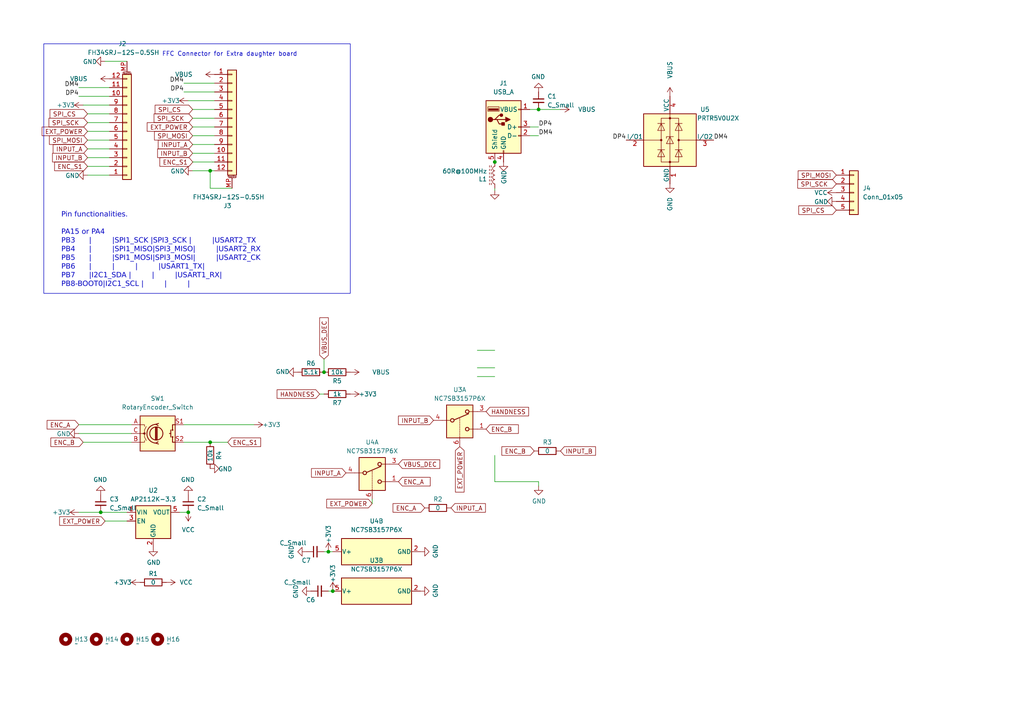
<source format=kicad_sch>
(kicad_sch (version 20230121) (generator eeschema)
  (paper "A4")
  (title_block (title "Corne EEC - Keyboard Left") (date "2023-07-18") (rev "1.0") (comment 2 "MIT License"))
  (lib_symbols
    (symbol "Analog_Switch:NC7SB3157P6X" (pin_names (offset 0.127))
      (property "Reference" "U" (at -3.175 4.699 0))
      (property "Value" "NC7SB3157P6X" (at -3.175 2.921 0))
      (symbol "NC7SB3157P6X_1_1"
        (rectangle (start -3.81 1.905) (end 3.81 -7.62) (stroke (width 0.254)) (fill (type background)))
        (circle (center -2.159 -2.54) (radius 0.508) (stroke (width 0.254)))
        (polyline (pts (xy -5.08 -2.54) (xy -2.794 -2.54)))
        (polyline (pts (xy -1.651 -2.413) (xy 2.54 -0.635)) (stroke (width 0.254)))
        (polyline (pts (xy 0 -7.62) (xy 0 -7.112)))
        (polyline (pts (xy 0 -6.858) (xy 0 -6.604)))
        (polyline (pts (xy 0 -6.35) (xy 0 -6.096)))
        (polyline (pts (xy 0 -5.842) (xy 0 -5.588)))
        (polyline (pts (xy 0 -5.334) (xy 0 -5.08)))
        (polyline (pts (xy 0 -4.826) (xy 0 -4.572)))
        (polyline (pts (xy 0 -4.318) (xy 0 -4.064)))
        (polyline (pts (xy 0 -3.81) (xy 0 -3.556)))
        (polyline (pts (xy 0 -3.302) (xy 0 -3.048)))
        (polyline (pts (xy 0 -2.794) (xy 0 -2.54)))
        (polyline (pts (xy 0 -2.286) (xy 0 -2.032)))
        (polyline (pts (xy 0 -2.286) (xy 0 -2.032)))
        (polyline (pts (xy 5.08 -5.08) (xy 2.794 -5.08)))
        (polyline (pts (xy 5.08 0) (xy 2.794 0)))
        (circle (center 2.159 -5.08) (radius 0.508) (stroke (width 0.254)))
        (circle (center 2.159 0) (radius 0.508) (stroke (width 0.254)))
        (pin passive line (at 7.62 -5.08 180) (length 2.54) (name "~") (number "1"))
        (pin passive line (at 7.62 0 180) (length 2.54) (name "~") (number "3"))
        (pin passive line (at -7.62 -2.54 0) (length 2.54) (name "~") (number "4"))
        (pin input line (at 0 -10.16 90) (length 2.54) (name "~") (number "6"))
      )
      (symbol "NC7SB3157P6X_2_0"
        (pin power_in line (at 0 -12.7 90) (length 2.54) (name "GND") (number "2"))
        (pin power_in line (at 0 12.7 270) (length 2.54) (name "V+") (number "5"))
      )
      (symbol "NC7SB3157P6X_2_1"
        (rectangle (start -3.81 10.16) (end 3.81 -10.16) (stroke (width 0.254)) (fill (type background)))
      )
    )
    (symbol "Connector:USB_A" (pin_names (offset 1.016))
      (property "Reference" "J" (at -5.08 11.43 0))
      (property "Value" "USB_A" (at -5.08 8.89 0))
      (symbol "USB_A_0_1"
        (rectangle (start -5.08 -7.62) (end 5.08 7.62) (stroke (width 0.254)) (fill (type background)))
        (circle (center -3.81 2.159) (radius 0.635) (stroke (width 0.254)) (fill (type outline)))
        (rectangle (start -1.524 4.826) (end -4.318 5.334) (fill (type outline)))
        (rectangle (start -1.27 4.572) (end -4.572 5.842))
        (circle (center -0.635 3.429) (radius 0.381) (stroke (width 0.254)) (fill (type outline)))
        (rectangle (start -0.127 -7.62) (end 0.127 -6.858))
        (polyline (pts (xy -3.175 2.159) (xy -2.54 2.159) (xy -1.27 3.429) (xy -0.635 3.429)) (stroke (width 0.254)))
        (polyline (pts (xy -2.54 2.159) (xy -1.905 2.159) (xy -1.27 0.889) (xy 0 0.889)) (stroke (width 0.254)))
        (polyline (pts (xy 0.635 2.794) (xy 0.635 1.524) (xy 1.905 2.159) (xy 0.635 2.794)) (stroke (width 0.254)) (fill (type outline)))
        (rectangle (start 0.254 1.27) (end -0.508 0.508) (stroke (width 0.254)) (fill (type outline)))
        (rectangle (start 5.08 -2.667) (end 4.318 -2.413))
        (rectangle (start 5.08 -0.127) (end 4.318 0.127))
        (rectangle (start 5.08 4.953) (end 4.318 5.207))
      )
      (symbol "USB_A_1_1"
        (polyline (pts (xy -1.905 2.159) (xy 0.635 2.159)) (stroke (width 0.254)))
        (pin power_in line (at 7.62 5.08 180) (length 2.54) (name "VBUS") (number "1"))
        (pin bidirectional line (at 7.62 -2.54 180) (length 2.54) (name "D-") (number "2"))
        (pin bidirectional line (at 7.62 0 180) (length 2.54) (name "D+") (number "3"))
        (pin power_in line (at 0 -10.16 90) (length 2.54) (name "GND") (number "4"))
        (pin passive line (at -2.54 -10.16 90) (length 2.54) (name "Shield") (number "5"))
      )
    )
    (symbol "Connector_Generic:Conn_01x05" (pin_names (offset 1.016) hide)
      (property "Reference" "J" (at 0 7.62 0))
      (property "Value" "Conn_01x05" (at 0 -7.62 0))
      (symbol "Conn_01x05_1_1"
        (rectangle (start -1.27 -4.953) (end 0 -5.207) (stroke (width 0.1524)))
        (rectangle (start -1.27 -2.413) (end 0 -2.667) (stroke (width 0.1524)))
        (rectangle (start -1.27 0.127) (end 0 -0.127) (stroke (width 0.1524)))
        (rectangle (start -1.27 2.667) (end 0 2.413) (stroke (width 0.1524)))
        (rectangle (start -1.27 5.207) (end 0 4.953) (stroke (width 0.1524)))
        (rectangle (start -1.27 6.35) (end 1.27 -6.35) (stroke (width 0.254)) (fill (type background)))
        (pin passive line (at -5.08 5.08 0) (length 3.81) (name "Pin_1") (number "1"))
        (pin passive line (at -5.08 2.54 0) (length 3.81) (name "Pin_2") (number "2"))
        (pin passive line (at -5.08 0 0) (length 3.81) (name "Pin_3") (number "3"))
        (pin passive line (at -5.08 -2.54 0) (length 3.81) (name "Pin_4") (number "4"))
        (pin passive line (at -5.08 -5.08 0) (length 3.81) (name "Pin_5") (number "5"))
      )
    )
    (symbol "Connector_Generic_MountingPin:Conn_01x12_MountingPin" (pin_names (offset 1.016) hide)
      (property "Reference" "J" (at 0 15.24 0))
      (property "Value" "Conn_01x12_MountingPin" (at 1.27 -17.78 0))
      (symbol "Conn_01x12_MountingPin_1_1"
        (rectangle (start -1.27 -15.113) (end 0 -15.367) (stroke (width 0.1524)))
        (rectangle (start -1.27 -12.573) (end 0 -12.827) (stroke (width 0.1524)))
        (rectangle (start -1.27 -10.033) (end 0 -10.287) (stroke (width 0.1524)))
        (rectangle (start -1.27 -7.493) (end 0 -7.747) (stroke (width 0.1524)))
        (rectangle (start -1.27 -4.953) (end 0 -5.207) (stroke (width 0.1524)))
        (rectangle (start -1.27 -2.413) (end 0 -2.667) (stroke (width 0.1524)))
        (rectangle (start -1.27 0.127) (end 0 -0.127) (stroke (width 0.1524)))
        (rectangle (start -1.27 2.667) (end 0 2.413) (stroke (width 0.1524)))
        (rectangle (start -1.27 5.207) (end 0 4.953) (stroke (width 0.1524)))
        (rectangle (start -1.27 7.747) (end 0 7.493) (stroke (width 0.1524)))
        (rectangle (start -1.27 10.287) (end 0 10.033) (stroke (width 0.1524)))
        (rectangle (start -1.27 12.827) (end 0 12.573) (stroke (width 0.1524)))
        (rectangle (start -1.27 13.97) (end 1.27 -16.51) (stroke (width 0.254)) (fill (type background)))
        (polyline (pts (xy -1.016 -17.272) (xy 1.016 -17.272)) (stroke (width 0.1524)))
        (text "Mounting" (at 0 -16.891 0) (effects (font (size 0.381 0.381))))
        (pin passive line (at -5.08 12.7 0) (length 3.81) (name "Pin_1") (number "1"))
        (pin passive line (at -5.08 -10.16 0) (length 3.81) (name "Pin_10") (number "10"))
        (pin passive line (at -5.08 -12.7 0) (length 3.81) (name "Pin_11") (number "11"))
        (pin passive line (at -5.08 -15.24 0) (length 3.81) (name "Pin_12") (number "12"))
        (pin passive line (at -5.08 10.16 0) (length 3.81) (name "Pin_2") (number "2"))
        (pin passive line (at -5.08 7.62 0) (length 3.81) (name "Pin_3") (number "3"))
        (pin passive line (at -5.08 5.08 0) (length 3.81) (name "Pin_4") (number "4"))
        (pin passive line (at -5.08 2.54 0) (length 3.81) (name "Pin_5") (number "5"))
        (pin passive line (at -5.08 0 0) (length 3.81) (name "Pin_6") (number "6"))
        (pin passive line (at -5.08 -2.54 0) (length 3.81) (name "Pin_7") (number "7"))
        (pin passive line (at -5.08 -5.08 0) (length 3.81) (name "Pin_8") (number "8"))
        (pin passive line (at -5.08 -7.62 0) (length 3.81) (name "Pin_9") (number "9"))
        (pin passive line (at 0 -20.32 90) (length 3.048) (name "MountPin") (number "MP"))
      )
    )
    (symbol "Device:C_Small" (pin_numbers hide) (pin_names (offset 0.254) hide)
      (property "Reference" "C" (at 0.254 1.778 0))
      (property "Value" "C_Small" (at 0.254 -2.032 0))
      (symbol "C_Small_0_1"
        (polyline (pts (xy -1.524 -0.508) (xy 1.524 -0.508)) (stroke (width 0.3302)))
        (polyline (pts (xy -1.524 0.508) (xy 1.524 0.508)) (stroke (width 0.3048)))
      )
      (symbol "C_Small_1_1"
        (pin passive line (at 0 2.54 270) (length 2.032) (name "~") (number "1"))
        (pin passive line (at 0 -2.54 90) (length 2.032) (name "~") (number "2"))
      )
    )
    (symbol "Device:R" (pin_numbers hide) (pin_names (offset 0))
      (property "Reference" "R" (at 2.032 0 90))
      (property "Value" "R" (at 0 0 90))
      (symbol "R_0_1"
        (rectangle (start -1.016 -2.54) (end 1.016 2.54) (stroke (width 0.254)))
      )
      (symbol "R_1_1"
        (pin passive line (at 0 3.81 270) (length 1.27) (name "~") (number "1"))
        (pin passive line (at 0 -3.81 90) (length 1.27) (name "~") (number "2"))
      )
    )
    (symbol "Device:RotaryEncoder_Switch" (pin_names (offset 0.254) hide)
      (property "Reference" "SW" (at 0 6.604 0))
      (property "Value" "RotaryEncoder_Switch" (at 0 -6.604 0))
      (symbol "RotaryEncoder_Switch_0_1"
        (rectangle (start -5.08 5.08) (end 5.08 -5.08) (stroke (width 0.254)) (fill (type background)))
        (circle (center -3.81 0) (radius 0.254) (fill (type outline)))
        (circle (center -0.381 0) (radius 1.905) (stroke (width 0.254)))
        (arc (start -0.381 2.667) (mid -3.0988 -0.0635) (end -0.381 -2.794) (stroke (width 0.254)))
        (polyline (pts (xy -0.635 -1.778) (xy -0.635 1.778)) (stroke (width 0.254)))
        (polyline (pts (xy -0.381 -1.778) (xy -0.381 1.778)) (stroke (width 0.254)))
        (polyline (pts (xy -0.127 1.778) (xy -0.127 -1.778)) (stroke (width 0.254)))
        (polyline (pts (xy 3.81 0) (xy 3.429 0)) (stroke (width 0.254)))
        (polyline (pts (xy 3.81 1.016) (xy 3.81 -1.016)) (stroke (width 0.254)))
        (polyline (pts (xy -5.08 -2.54) (xy -3.81 -2.54) (xy -3.81 -2.032)))
        (polyline (pts (xy -5.08 2.54) (xy -3.81 2.54) (xy -3.81 2.032)))
        (polyline (pts (xy 0.254 -3.048) (xy -0.508 -2.794) (xy 0.127 -2.413)) (stroke (width 0.254)))
        (polyline (pts (xy 0.254 2.921) (xy -0.508 2.667) (xy 0.127 2.286)) (stroke (width 0.254)))
        (polyline (pts (xy 5.08 -2.54) (xy 4.318 -2.54) (xy 4.318 -1.016)) (stroke (width 0.254)))
        (polyline (pts (xy 5.08 2.54) (xy 4.318 2.54) (xy 4.318 1.016)) (stroke (width 0.254)))
        (polyline (pts (xy -5.08 0) (xy -3.81 0) (xy -3.81 -1.016) (xy -3.302 -2.032)))
        (polyline (pts (xy -4.318 0) (xy -3.81 0) (xy -3.81 1.016) (xy -3.302 2.032)))
        (circle (center 4.318 -1.016) (radius 0.127) (stroke (width 0.254)))
        (circle (center 4.318 1.016) (radius 0.127) (stroke (width 0.254)))
      )
      (symbol "RotaryEncoder_Switch_1_1"
        (pin passive line (at -7.62 2.54 0) (length 2.54) (name "A") (number "A"))
        (pin passive line (at -7.62 -2.54 0) (length 2.54) (name "B") (number "B"))
        (pin passive line (at -7.62 0 0) (length 2.54) (name "C") (number "C"))
        (pin passive line (at 7.62 2.54 180) (length 2.54) (name "S1") (number "S1"))
        (pin passive line (at 7.62 -2.54 180) (length 2.54) (name "S2") (number "S2"))
      )
    )
    (symbol "GND_1" (power) (pin_numbers hide) (pin_names (offset 0) hide)
      (property "Value" "GND_1" (at 0 -3.81 0))
      (symbol "GND_1_0_1"
        (polyline (pts (xy 0 0) (xy 0 -1.27) (xy 1.27 -1.27) (xy 0 -2.54) (xy -1.27 -1.27) (xy 0 -1.27)))
      )
      (symbol "GND_1_1_1"
        (pin power_in line (at 0 0 270) (length 0) hide (name "GND") (number "1"))
      )
    )
    (symbol "Mechanical:MountingHole" (pin_names (offset 1.016))
      (property "Reference" "H" (at 0 5.08 0))
      (property "Value" "MountingHole" (at 0 3.175 0))
      (symbol "MountingHole_0_1"
        (circle (center 0 0) (radius 1.27) (stroke (width 1.27)))
      )
    )
    (symbol "Power_Protection:PRTR5V0U2X" (pin_names (offset 0))
      (property "Reference" "D" (at 2.794 8.636 0))
      (property "Value" "PRTR5V0U2X" (at 8.128 -9.398 0))
      (symbol "PRTR5V0U2X_0_1"
        (rectangle (start -7.62 -7.62) (end 7.62 7.62) (stroke (width 0.254)) (fill (type background)))
        (circle (center -2.54 0) (radius 0.254) (fill (type outline)))
        (rectangle (start -2.54 6.35) (end 2.54 -6.35))
        (circle (center 0 -6.35) (radius 0.254) (fill (type outline)))
        (polyline (pts (xy -2.54 0) (xy -7.62 0)))
        (polyline (pts (xy -1.524 -2.794) (xy -3.556 -2.794)))
        (polyline (pts (xy -1.524 4.826) (xy -3.556 4.826)))
        (polyline (pts (xy 0 -7.62) (xy 0 7.62)))
        (polyline (pts (xy 1.524 -2.794) (xy 3.556 -2.794)))
        (polyline (pts (xy 1.524 4.826) (xy 3.556 4.826)))
        (polyline (pts (xy 2.54 0) (xy 7.62 0)))
        (polyline (pts (xy 1.016 1.016) (xy -1.016 1.016) (xy -1.016 0.508)))
        (polyline (pts (xy -3.556 -4.826) (xy -1.524 -4.826) (xy -2.54 -2.794) (xy -3.556 -4.826)))
        (polyline (pts (xy -3.556 2.794) (xy -1.524 2.794) (xy -2.54 4.826) (xy -3.556 2.794)))
        (polyline (pts (xy -1.016 -1.016) (xy 1.016 -1.016) (xy 0 1.016) (xy -1.016 -1.016)))
        (polyline (pts (xy 3.556 -4.826) (xy 1.524 -4.826) (xy 2.54 -2.794) (xy 3.556 -4.826)))
        (polyline (pts (xy 3.556 2.794) (xy 1.524 2.794) (xy 2.54 4.826) (xy 3.556 2.794)))
        (circle (center 0 6.35) (radius 0.254) (fill (type outline)))
        (circle (center 2.54 0) (radius 0.254) (fill (type outline)))
      )
      (symbol "PRTR5V0U2X_1_1"
        (pin passive line (at 0 -12.7 90) (length 5.08) (name "GND") (number "1"))
        (pin passive line (at -12.7 0 0) (length 5.08) (name "I/O1") (number "2"))
        (pin passive line (at 12.7 0 180) (length 5.08) (name "I/O2") (number "3"))
        (pin passive line (at 0 12.7 270) (length 5.08) (name "VCC") (number "4"))
      )
    )
    (symbol "Regulator_Linear:AP2112K-3.3" (pin_names (offset 0.254))
      (property "Reference" "U" (at -5.08 5.715 0))
      (property "Value" "AP2112K-3.3" (at 0 5.715 0))
      (symbol "AP2112K-3.3_0_1"
        (rectangle (start -5.08 4.445) (end 5.08 -5.08) (stroke (width 0.254)) (fill (type background)))
      )
      (symbol "AP2112K-3.3_1_1"
        (pin power_in line (at -7.62 2.54 0) (length 2.54) (name "VIN") (number "1"))
        (pin power_in line (at 0 -7.62 90) (length 2.54) (name "GND") (number "2"))
        (pin input line (at -7.62 0 0) (length 2.54) (name "EN") (number "3"))
        (pin no_connect line (at 5.08 0 180) (length 2.54) hide (name "NC") (number "4"))
        (pin power_out line (at 7.62 2.54 180) (length 2.54) (name "VOUT") (number "5"))
      )
    )
    (symbol "Unified-Daughterboard-rescue:L_Core_Ferrite-Device" (pin_numbers hide) (pin_names (offset 1.016) hide)
      (property "Reference" "L" (at -1.27 0 90))
      (property "Value" "L_Core_Ferrite-Device" (at 2.794 0 90))
      (symbol "L_Core_Ferrite-Device_0_1"
        (arc (start 0 -2.54) (mid 0.6323 -1.905) (end 0 -1.27))
        (arc (start 0 -1.27) (mid 0.6323 -0.635) (end 0 0))
        (polyline (pts (xy 1.016 -2.794) (xy 1.016 -2.286)))
        (polyline (pts (xy 1.016 -1.778) (xy 1.016 -1.27)))
        (polyline (pts (xy 1.016 -0.762) (xy 1.016 -0.254)))
        (polyline (pts (xy 1.016 0.254) (xy 1.016 0.762)))
        (polyline (pts (xy 1.016 1.27) (xy 1.016 1.778)))
        (polyline (pts (xy 1.016 2.286) (xy 1.016 2.794)))
        (polyline (pts (xy 1.524 -2.286) (xy 1.524 -2.794)))
        (polyline (pts (xy 1.524 -1.27) (xy 1.524 -1.778)))
        (polyline (pts (xy 1.524 -0.254) (xy 1.524 -0.762)))
        (polyline (pts (xy 1.524 0.762) (xy 1.524 0.254)))
        (polyline (pts (xy 1.524 1.778) (xy 1.524 1.27)))
        (polyline (pts (xy 1.524 2.794) (xy 1.524 2.286)))
        (arc (start 0 0) (mid 0.6323 0.635) (end 0 1.27))
        (arc (start 0 1.27) (mid 0.6323 1.905) (end 0 2.54))
      )
      (symbol "L_Core_Ferrite-Device_1_1"
        (pin passive line (at 0 3.81 270) (length 1.27) (name "1") (number "1"))
        (pin passive line (at 0 -3.81 90) (length 1.27) (name "2") (number "2"))
      )
    )
    (symbol "nrfmicro-rescue:GND" (power) (pin_names (offset 0))
      (property "Value" "GND" (at 0 -3.81 0))
      (symbol "GND_0_1"
        (polyline (pts (xy 0 0) (xy 0 -1.27) (xy 1.27 -1.27) (xy 0 -2.54) (xy -1.27 -1.27) (xy 0 -1.27)))
      )
      (symbol "GND_1_1"
        (pin power_in line (at 0 0 270) (length 0) hide (name "GND") (number "1"))
      )
    )
    (symbol "power:+3V3" (power) (pin_names (offset 0))
      (property "Value" "+3V3" (at 0 3.556 0))
      (symbol "+3V3_0_1"
        (polyline (pts (xy -0.762 1.27) (xy 0 2.54)))
        (polyline (pts (xy 0 0) (xy 0 2.54)))
        (polyline (pts (xy 0 2.54) (xy 0.762 1.27)))
      )
      (symbol "+3V3_1_1"
        (pin power_in line (at 0 0 90) (length 0) hide (name "+3V3") (number "1"))
      )
    )
    (symbol "power:GND" (power) (pin_names (offset 0))
      (property "Value" "GND" (at 0 -3.81 0))
      (symbol "GND_0_1"
        (polyline (pts (xy 0 0) (xy 0 -1.27) (xy 1.27 -1.27) (xy 0 -2.54) (xy -1.27 -1.27) (xy 0 -1.27)))
      )
      (symbol "GND_1_1"
        (pin power_in line (at 0 0 270) (length 0) hide (name "GND") (number "1"))
      )
    )
    (symbol "power:VBUS" (power) (pin_names (offset 0))
      (property "Value" "VBUS" (at 0 3.81 0))
      (symbol "VBUS_0_1"
        (polyline (pts (xy -0.762 1.27) (xy 0 2.54)))
        (polyline (pts (xy 0 0) (xy 0 2.54)))
        (polyline (pts (xy 0 2.54) (xy 0.762 1.27)))
      )
      (symbol "VBUS_1_1"
        (pin power_in line (at 0 0 90) (length 0) hide (name "VBUS") (number "1"))
      )
    )
    (symbol "power:VCC" (power) (pin_names (offset 0))
      (property "Value" "VCC" (at 0 3.81 0))
      (symbol "VCC_0_1"
        (polyline (pts (xy -0.762 1.27) (xy 0 2.54)))
        (polyline (pts (xy 0 0) (xy 0 2.54)))
        (polyline (pts (xy 0 2.54) (xy 0.762 1.27)))
      )
      (symbol "VCC_1_1"
        (pin power_in line (at 0 0 90) (length 0) hide (name "VCC") (number "1"))
      )
    )
  )
  (junction (at 54.61 148.59))
  (junction (at 60.96 128.27))
  (junction (at 93.98 107.95))
  (junction (at 60.96 49.53))
  (junction (at 156.21 31.75))
  (junction (at 29.21 148.59))
  (junction (at 95.25 160.02))
  (junction (at 96.52 171.45))
  (junction (at 143.51 46.99))
  (no_connect (at 386.08 -66.04))
  (wire (pts (xy 60.96 54.61) (xy 67.31 54.61)))
  (wire (pts (xy 60.96 49.53) (xy 55.88 49.53)))
  (wire (pts (xy 24.13 128.27) (xy 38.1 128.27)))
  (wire (pts (xy 143.51 139.7) (xy 156.21 139.7)))
  (wire (pts (xy 31.75 50.8) (xy 25.4 50.8)))
  (wire (pts (xy 31.75 35.56) (xy 25.4 35.56)))
  (wire (pts (xy 54.61 148.59) (xy 52.07 148.59)))
  (wire (pts (xy 156.21 36.83) (xy 153.67 36.83)))
  (wire (pts (xy 31.75 40.64) (xy 25.4 40.64)))
  (wire (pts (xy 29.21 148.59) (xy 36.83 148.59)))
  (wire (pts (xy 62.23 41.91) (xy 55.88 41.91)))
  (wire (pts (xy 22.86 25.4) (xy 31.75 25.4)))
  (wire (pts (xy 60.96 49.53) (xy 60.96 54.61)))
  (wire (pts (xy 30.48 151.13) (xy 36.83 151.13)))
  (wire (pts (xy 22.86 148.59) (xy 29.21 148.59)))
  (wire (pts (xy 92.71 114.3) (xy 93.98 114.3)))
  (wire (pts (xy 95.25 171.45) (xy 96.52 171.45)))
  (wire (pts (xy 95.25 160.02) (xy 96.52 160.02)))
  (wire (pts (xy 138.43 106.68) (xy 143.51 106.68)))
  (wire (pts (xy 60.96 128.27) (xy 66.04 128.27)))
  (wire (pts (xy 138.43 109.22) (xy 143.51 109.22)))
  (wire (pts (xy 62.23 39.37) (xy 55.88 39.37)))
  (wire (pts (xy 53.34 123.19) (xy 73.66 123.19)))
  (wire (pts (xy 55.88 31.75) (xy 62.23 31.75)))
  (wire (pts (xy 143.51 132.08) (xy 143.51 139.7)))
  (wire (pts (xy 153.67 31.75) (xy 156.21 31.75)))
  (wire (pts (xy 25.4 45.72) (xy 31.75 45.72)))
  (wire (pts (xy 54.61 29.21) (xy 62.23 29.21)))
  (wire (pts (xy 53.34 128.27) (xy 60.96 128.27)))
  (wire (pts (xy 143.51 46.99) (xy 143.51 46.355)))
  (wire (pts (xy 62.23 49.53) (xy 60.96 49.53)))
  (wire (pts (xy 24.13 30.48) (xy 31.75 30.48)))
  (wire (pts (xy 93.98 160.02) (xy 95.25 160.02)))
  (wire (pts (xy 53.34 24.13) (xy 62.23 24.13)))
  (wire (pts (xy 107.95 146.05) (xy 107.95 144.78)))
  (wire (pts (xy 31.75 33.02) (xy 25.4 33.02)))
  (wire (pts (xy 30.48 17.78) (xy 36.83 17.78)))
  (wire (pts (xy 62.23 46.99) (xy 55.88 46.99)))
  (wire (pts (xy 22.86 125.73) (xy 38.1 125.73)))
  (wire (pts (xy 62.23 34.29) (xy 55.88 34.29)))
  (wire (pts (xy 93.98 104.14) (xy 93.98 107.95)))
  (wire (pts (xy 143.51 55.245) (xy 143.51 54.61)))
  (wire (pts (xy 55.88 36.83) (xy 62.23 36.83)))
  (wire (pts (xy 156.21 140.97) (xy 156.21 139.7)))
  (wire (pts (xy 22.86 27.94) (xy 31.75 27.94)))
  (wire (pts (xy 25.4 38.1) (xy 31.75 38.1)))
  (wire (pts (xy 22.86 123.19) (xy 38.1 123.19)))
  (wire (pts (xy 156.21 31.75) (xy 162.56 31.75)))
  (wire (pts (xy 138.43 101.6) (xy 143.51 101.6)))
  (wire (pts (xy 55.88 44.45) (xy 62.23 44.45)))
  (wire (pts (xy 31.75 43.18) (xy 25.4 43.18)))
  (wire (pts (xy 156.21 39.37) (xy 153.67 39.37)))
  (wire (pts (xy 53.34 26.67) (xy 62.23 26.67)))
  (wire (pts (xy 31.75 48.26) (xy 25.4 48.26)))
  (rectangle (start 12.7 12.7) (end 101.6 85.09))
  (text "FFC Connector for Extra daughter board" (at 46.99 16.51 0) (effects (font (size 1.27 1.27)) (justify left bottom)))
  (text "Pin functionalities.\n\nPA15 or PA4\nPB3      |         |SPI1_SCK |SPI3_SCK |         |USART2_TX\nPB4      |         |SPI1_MISO|SPI3_MISO|         |USART2_RX\nPB5      |         |SPI1_MOSI|SPI3_MOSI|         |USART2_CK\nPB6      |         |         |         |USART1_TX|\nPB7      |I2C1_SDA |         |         |USART1_RX|\nPB8-BOOT0|I2C1_SCL |         |         |\n" (at 17.78 83.82 0) (effects (font (size 1.5 1.5)) (justify left bottom)))
  (label "DP4" (at 22.86 27.94 180))
  (label "DM4" (at 53.34 24.13 180))
  (label "DM4" (at 22.86 25.4 180))
  (label "DP4" (at 156.21 36.83 0))
  (label "DM4" (at 207.01 40.64 0))
  (label "DP4" (at 181.61 40.64 180))
  (label "DP4" (at 53.34 26.67 180))
  (label "DM4" (at 156.21 39.37 0))
  (global_label "VBUS_DEC" (shape input) (at 93.98 104.14 90) (property "Intersheetrefs" "${INTERSHEET_REFS}" (effects hide)))
  (global_label "EXT_POWER" (shape input) (at 30.48 151.13 180) (property "Intersheetrefs" "${INTERSHEET_REFS}" (effects hide)))
  (global_label "EXT_POWER" (shape input) (at 107.95 146.05 180) (property "Intersheetrefs" "${INTERSHEET_REFS}" (effects hide)))
  (global_label "INPUT_A" (shape input) (at 100.33 137.16 180) (property "Intersheetrefs" "${INTERSHEET_REFS}" (effects hide)))
  (global_label "ENC_B " (shape input) (at 154.94 130.81 180) (property "Intersheetrefs" "${INTERSHEET_REFS}" (effects hide)))
  (global_label "INPUT_B" (shape input) (at 55.88 44.45 180) (property "Intersheetrefs" "${INTERSHEET_REFS}" (effects hide)))
  (global_label "INPUT_A" (shape input) (at 130.81 147.32 0) (property "Intersheetrefs" "${INTERSHEET_REFS}" (effects hide)))
  (global_label "SPI_CS  " (shape input) (at 55.88 31.75 180) (property "Intersheetrefs" "${INTERSHEET_REFS}" (effects hide)))
  (global_label "SPI_CS  " (shape input) (at 242.57 60.96 180) (property "Intersheetrefs" "${INTERSHEET_REFS}" (effects hide)))
  (global_label "SPI_CS  " (shape input) (at 25.4 33.02 180) (property "Intersheetrefs" "${INTERSHEET_REFS}" (effects hide)))
  (global_label "SPI_SCK " (shape input) (at 25.4 35.56 180) (property "Intersheetrefs" "${INTERSHEET_REFS}" (effects hide)))
  (global_label "INPUT_B" (shape input) (at 25.4 45.72 180) (property "Intersheetrefs" "${INTERSHEET_REFS}" (effects hide)))
  (global_label "SPI_MOSI" (shape input) (at 55.88 39.37 180) (property "Intersheetrefs" "${INTERSHEET_REFS}" (effects hide)))
  (global_label "SPI_SCK " (shape input) (at 55.88 34.29 180) (property "Intersheetrefs" "${INTERSHEET_REFS}" (effects hide)))
  (global_label "INPUT_B" (shape input) (at 162.56 130.81 0) (property "Intersheetrefs" "${INTERSHEET_REFS}" (effects hide)))
  (global_label "SPI_MOSI" (shape input) (at 25.4 40.64 180) (property "Intersheetrefs" "${INTERSHEET_REFS}" (effects hide)))
  (global_label "EXT_POWER" (shape input) (at 25.4 38.1 180) (property "Intersheetrefs" "${INTERSHEET_REFS}" (effects hide)))
  (global_label "ENC_B " (shape input) (at 24.13 128.27 180) (property "Intersheetrefs" "${INTERSHEET_REFS}" (effects hide)))
  (global_label "HANDNESS" (shape input) (at 92.71 114.3 180) (property "Intersheetrefs" "${INTERSHEET_REFS}" (effects hide)))
  (global_label "ENC_S1" (shape input) (at 55.9309 46.99 180) (property "Intersheetrefs" "${INTERSHEET_REFS}" (effects hide)))
  (global_label "EXT_POWER" (shape input) (at 55.88 36.83 180) (property "Intersheetrefs" "${INTERSHEET_REFS}" (effects hide)))
  (global_label "INPUT_A" (shape input) (at 55.88 41.91 180) (property "Intersheetrefs" "${INTERSHEET_REFS}" (effects hide)))
  (global_label "ENC_A " (shape input) (at 22.86 123.19 180) (property "Intersheetrefs" "${INTERSHEET_REFS}" (effects hide)))
  (global_label "HANDNESS" (shape input) (at 140.97 119.38 0) (property "Intersheetrefs" "${INTERSHEET_REFS}" (effects hide)))
  (global_label "ENC_A " (shape input) (at 115.57 139.7 0) (property "Intersheetrefs" "${INTERSHEET_REFS}" (effects hide)))
  (global_label "SPI_SCK " (shape input) (at 242.57 53.34 180) (property "Intersheetrefs" "${INTERSHEET_REFS}" (effects hide)))
  (global_label "EXT_POWER" (shape input) (at 133.35 129.54 270) (property "Intersheetrefs" "${INTERSHEET_REFS}" (effects hide)))
  (global_label "ENC_B " (shape input) (at 140.97 124.46 0) (property "Intersheetrefs" "${INTERSHEET_REFS}" (effects hide)))
  (global_label "ENC_S1" (shape input) (at 25.4 48.26 180) (property "Intersheetrefs" "${INTERSHEET_REFS}" (effects hide)))
  (global_label "ENC_A " (shape input) (at 123.19 147.32 180) (property "Intersheetrefs" "${INTERSHEET_REFS}" (effects hide)))
  (global_label "INPUT_B" (shape input) (at 125.73 121.92 180) (property "Intersheetrefs" "${INTERSHEET_REFS}" (effects hide)))
  (global_label "VBUS_DEC" (shape input) (at 115.57 134.62 0) (property "Intersheetrefs" "${INTERSHEET_REFS}" (effects hide)))
  (global_label "ENC_S1" (shape input) (at 66.04 128.27 0) (property "Intersheetrefs" "${INTERSHEET_REFS}" (effects hide)))
  (global_label "SPI_MOSI" (shape input) (at 242.57 50.8 180) (property "Intersheetrefs" "${INTERSHEET_REFS}" (effects hide)))
  (global_label "INPUT_A" (shape input) (at 25.4 43.18 180) (property "Intersheetrefs" "${INTERSHEET_REFS}" (effects hide)))
  (symbol (lib_id "Mechanical:MountingHole") (at 19.05 185.42 0) (unit 1)
    (property "Reference" "H13" (at 21.59 185.4199 0) (effects (justify left)))
    (property "Value" "~" (at 21.59 186.6899 0) (effects (justify left)))
    (property "Footprint" "ec_parts:SMT-SO-M1.6-with-ring" (effects hide))
  )
  (symbol (lib_id "nrfmicro-rescue:GND") (at 156.21 140.97 0) (unit 1)
    (property "Reference" "#PWR026" (effects hide))
    (property "Value" "GND" (at 156.337 145.3642 0))
  )
  (symbol (lib_id "power:+3V3") (at 101.6 114.3 270) (unit 1)
    (property "Reference" "#PWR024" (effects hide))
    (property "Value" "+3V3" (at 106.68 114.3 90))
  )
  (symbol (lib_id "Mechanical:MountingHole") (at 27.94 185.42 0) (unit 1)
    (property "Reference" "H14" (at 30.48 185.4199 0) (effects (justify left)))
    (property "Value" "~" (at 30.48 186.6899 0) (effects (justify left)))
    (property "Footprint" "ec_parts:SMT-SO-M1.6-with-ring" (effects hide))
  )
  (symbol (lib_id "Device:C_Small") (at 92.71 171.45 90) (unit 1)
    (property "Reference" "C6" (at 91.44 173.99 90) (effects (justify left)))
    (property "Value" "C_Small" (at 90.17 168.91 90) (effects (justify left)))
    (property "Footprint" "PCM_Capacitor_SMD_AKL:C_0603_1608Metric_Pad1.05x0.95mm" (effects hide))
  )
  (symbol (lib_id "Device:C_Small") (at 156.21 29.21 0) (unit 1)
    (property "Reference" "C1" (at 158.75 27.9462 0) (effects (justify left)))
    (property "Value" "C_Small" (at 158.75 30.4862 0) (effects (justify left)))
    (property "Footprint" "PCM_Capacitor_SMD_AKL:C_0603_1608Metric_Pad1.05x0.95mm" (effects hide))
  )
  (symbol (lib_id "Analog_Switch:NC7SB3157P6X") (at 107.95 134.62 0) (unit 1)
    (property "Reference" "U4" (at 107.95 128.27 0))
    (property "Value" "NC7SB3157P6X" (at 107.95 130.81 0))
    (property "Footprint" "PCM_Package_TO_SOT_SMD_AKL:SOT-363_SC-70-6_Handsoldering" (effects hide))
    (property "Datasheet" "https://www.onsemi.com/pub/Collateral/NC7SB3157-D.PDF" (effects hide))
  )
  (symbol (lib_id "Connector_Generic:Conn_01x05") (at 247.65 55.88 0) (unit 1)
    (property "Reference" "J4" (at 250.19 54.6099 0) (effects (justify left)))
    (property "Value" "Conn_01x05" (at 250.19 57.1499 0) (effects (justify left)))
    (property "Footprint" "ec_parts:NiceView_PinHeader_1x05_P2.54mm" (effects hide))
  )
  (symbol (lib_id "power:+3V3") (at 54.61 29.21 90) (unit 1)
    (property "Reference" "#PWR07" (effects hide))
    (property "Value" "+3V3" (at 49.53 29.21 90))
  )
  (symbol (lib_id "power:VBUS") (at 162.56 31.75 270) (unit 1)
    (property "Reference" "#PWR01" (effects hide))
    (property "Value" "VBUS" (at 167.64 31.75 90) (effects (justify left)))
  )
  (symbol (lib_id "Device:R") (at 158.75 130.81 90) (unit 1)
    (property "Reference" "R3" (at 158.75 128.27 90))
    (property "Value" "0" (at 158.75 130.81 90))
    (property "Footprint" "PCM_Resistor_SMD_AKL:R_0402_1005Metric_Pad0.72x0.64mm_HandSolder" (effects hide))
  )
  (symbol (lib_id "nrfmicro-rescue:GND") (at 146.05 46.99 0) (unit 1)
    (property "Reference" "#PWR02" (effects hide))
    (property "Value" "GND" (at 146.177 51.3842 90))
  )
  (symbol (lib_id "nrfmicro-rescue:GND") (at 30.48 17.78 270) (unit 1)
    (property "Reference" "#PWR025" (effects hide))
    (property "Value" "GND" (at 26.0858 17.907 90))
  )
  (symbol (lib_id "nrfmicro-rescue:GND") (at 25.4 50.8 270) (unit 1)
    (property "Reference" "#PWR015" (effects hide))
    (property "Value" "GND" (at 21.0058 50.927 90))
  )
  (symbol (lib_id "nrfmicro-rescue:GND") (at 121.92 160.02 90) (unit 1)
    (property "Reference" "#PWR035" (effects hide))
    (property "Value" "GND" (at 126.3142 159.893 0))
  )
  (symbol (lib_id "Device:R") (at 127 147.32 90) (unit 1)
    (property "Reference" "R2" (at 127 144.78 90))
    (property "Value" "0" (at 127 147.32 90))
    (property "Footprint" "PCM_Resistor_SMD_AKL:R_0402_1005Metric_Pad0.72x0.64mm_HandSolder" (effects hide))
  )
  (symbol (lib_id "Device:C_Small") (at 29.21 146.05 0) (unit 1)
    (property "Reference" "C3" (at 31.75 144.7862 0) (effects (justify left)))
    (property "Value" "C_Small" (at 31.75 147.3262 0) (effects (justify left)))
    (property "Footprint" "PCM_Capacitor_SMD_AKL:C_0603_1608Metric_Pad1.05x0.95mm" (effects hide))
  )
  (symbol (lib_id "Mechanical:MountingHole") (at 36.83 185.42 0) (unit 1)
    (property "Reference" "H15" (at 39.37 185.4199 0) (effects (justify left)))
    (property "Value" "~" (at 39.37 186.6899 0) (effects (justify left)))
    (property "Footprint" "ec_parts:SMT-SO-M1.6-with-ring" (effects hide))
  )
  (symbol (lib_id "power:+3V3") (at 95.25 160.02 0) (unit 1)
    (property "Reference" "#PWR031" (effects hide))
    (property "Value" "+3V3" (at 95.25 154.94 90))
  )
  (symbol (lib_id "Device:R") (at 97.79 114.3 90) (unit 1)
    (property "Reference" "R7" (at 97.79 116.84 90))
    (property "Value" "1k" (at 97.79 114.3 90))
    (property "Footprint" "PCM_Resistor_SMD_AKL:R_0603_1608Metric" (effects hide))
  )
  (symbol (lib_id "Device:R") (at 90.17 107.95 270) (unit 1)
    (property "Reference" "R6" (at 90.17 105.41 90))
    (property "Value" "5.1k" (at 90.17 107.95 90))
    (property "Footprint" "PCM_Resistor_SMD_AKL:R_0603_1608Metric" (effects hide))
  )
  (symbol (lib_id "power:GND") (at 194.31 53.34 0) (mirror y) (unit 1)
    (property "Reference" "#PWR036" (effects hide))
    (property "Value" "GND" (at 194.31 57.15 90) (effects (justify right)))
  )
  (symbol (lib_id "Power_Protection:PRTR5V0U2X") (at 194.31 40.64 0) (unit 1)
    (property "Reference" "U5" (at 204.47 31.75 0))
    (property "Value" "PRTR5V0U2X" (at 208.28 34.29 0))
    (property "Footprint" "PCM_Package_TO_SOT_SMD_AKL:SOT-143" (effects hide))
    (property "Datasheet" "https://assets.nexperia.com/documents/data-sheet/PRTR5V0U2X.pdf" (effects hide))
    (property "LCSC" "C2827688" (effects hide))
  )
  (symbol (lib_id "power:VBUS") (at 62.23 21.59 90) (unit 1)
    (property "Reference" "#PWR010" (effects hide))
    (property "Value" "VBUS" (at 55.88 21.59 90) (effects (justify left)))
  )
  (symbol (lib_id "Unified-Daughterboard-rescue:L_Core_Ferrite-Device") (at 143.51 50.8 180) (unit 1)
    (property "Reference" "L1" (at 141.2748 51.943 0) (effects (justify left)))
    (property "Value" "60R@100MHz" (at 141.2748 49.657 0) (effects (justify left)))
    (property "Footprint" "PCM_Inductor_SMD_AKL:L_1206_3216Metric" (effects hide))
    (property "Manufacturer" "MELED Industrial" (effects hide))
    (property "Manufacturer Part Number" "MLB3216-600P4A(f)" (effects hide))
    (property "Package" "L1206" (effects hide))
    (property "LCSC Part Number" "C33600" (effects hide))
  )
  (symbol (lib_id "power:+3V3") (at 73.66 123.19 270) (unit 1)
    (property "Reference" "#PWR019" (effects hide))
    (property "Value" "+3V3" (at 78.74 123.19 90))
  )
  (symbol (lib_id "Connector_Generic_MountingPin:Conn_01x12_MountingPin") (at 67.31 34.29 0) (unit 1)
    (property "Reference" "J3" (at 64.77 59.69 0) (effects (justify left)))
    (property "Value" "FH34SRJ-12S-0.5SH" (at 55.88 57.15 0) (effects (justify left)))
    (property "Footprint" "ec_parts:HRS_FH34SRJ-12S-0.5SH(50)" (effects hide))
  )
  (symbol (lib_id "nrfmicro-rescue:GND") (at 29.21 143.51 180) (unit 1)
    (property "Reference" "#PWR016" (effects hide))
    (property "Value" "GND" (at 29.083 139.1158 0))
  )
  (symbol (lib_id "Device:R") (at 97.79 107.95 270) (unit 1)
    (property "Reference" "R5" (at 97.79 110.49 90))
    (property "Value" "10k" (at 97.79 107.95 90))
    (property "Footprint" "PCM_Resistor_SMD_AKL:R_0603_1608Metric" (effects hide))
  )
  (symbol (lib_id "nrfmicro-rescue:GND") (at 44.45 158.75 0) (unit 1)
    (property "Reference" "#PWR012" (effects hide))
    (property "Value" "GND" (at 44.577 163.1442 0))
  )
  (symbol (lib_id "Device:C_Small") (at 91.44 160.02 90) (unit 1)
    (property "Reference" "C7" (at 90.17 162.56 90) (effects (justify left)))
    (property "Value" "C_Small" (at 88.9 157.48 90) (effects (justify left)))
    (property "Footprint" "PCM_Capacitor_SMD_AKL:C_0603_1608Metric_Pad1.05x0.95mm" (effects hide))
  )
  (symbol (lib_id "power:+3V3") (at 24.13 30.48 90) (unit 1)
    (property "Reference" "#PWR014" (effects hide))
    (property "Value" "+3V3" (at 19.05 30.48 90))
  )
  (symbol (lib_id "Analog_Switch:NC7SB3157P6X") (at 133.35 119.38 0) (unit 1)
    (property "Reference" "U3" (at 133.35 113.03 0))
    (property "Value" "NC7SB3157P6X" (at 133.35 115.57 0))
    (property "Footprint" "PCM_Package_TO_SOT_SMD_AKL:SOT-363_SC-70-6_Handsoldering" (effects hide))
    (property "Datasheet" "https://www.onsemi.com/pub/Collateral/NC7SB3157-D.PDF" (effects hide))
  )
  (symbol (lib_id "nrfmicro-rescue:GND") (at 54.61 143.51 180) (unit 1)
    (property "Reference" "#PWR013" (effects hide))
    (property "Value" "GND" (at 54.483 139.1158 0))
  )
  (symbol (lib_id "nrfmicro-rescue:GND") (at 22.86 125.73 270) (unit 1)
    (property "Reference" "#PWR018" (effects hide))
    (property "Value" "GND" (at 18.4658 125.857 90))
  )
  (symbol (lib_id "power:+3V3") (at 96.52 171.45 0) (unit 1)
    (property "Reference" "#PWR033" (effects hide))
    (property "Value" "+3V3" (at 96.52 166.37 90))
  )
  (symbol (lib_id "Analog_Switch:NC7SB3157P6X") (at 109.22 160.02 90) (unit 2)
    (property "Reference" "U4" (at 109.22 151.13 90))
    (property "Value" "NC7SB3157P6X" (at 109.22 153.67 90))
    (property "Footprint" "PCM_Package_TO_SOT_SMD_AKL:SOT-363_SC-70-6_Handsoldering" (effects hide))
    (property "Datasheet" "https://www.onsemi.com/pub/Collateral/NC7SB3157-D.PDF" (effects hide))
  )
  (symbol (lib_id "nrfmicro-rescue:GND") (at 121.92 171.45 90) (unit 1)
    (property "Reference" "#PWR034" (effects hide))
    (property "Value" "GND" (at 126.3142 171.323 0))
  )
  (symbol (lib_id "Analog_Switch:NC7SB3157P6X") (at 109.22 171.45 90) (unit 2)
    (property "Reference" "U3" (at 109.22 162.56 90))
    (property "Value" "NC7SB3157P6X" (at 109.22 165.1 90))
    (property "Footprint" "PCM_Package_TO_SOT_SMD_AKL:SOT-363_SC-70-6_Handsoldering" (effects hide))
    (property "Datasheet" "https://www.onsemi.com/pub/Collateral/NC7SB3157-D.PDF" (effects hide))
  )
  (symbol (lib_id "power:VCC") (at 242.57 55.88 90) (unit 1)
    (property "Reference" "#PWR04" (effects hide))
    (property "Value" "VCC" (at 240.03 55.88 90) (effects (justify left)))
  )
  (symbol (lib_id "nrfmicro-rescue:GND") (at 156.21 26.67 180) (unit 1)
    (property "Reference" "#PWR06" (effects hide))
    (property "Value" "GND" (at 156.083 22.2758 0))
  )
  (symbol (lib_id "nrfmicro-rescue:GND") (at 55.88 49.53 270) (unit 1)
    (property "Reference" "#PWR09" (effects hide))
    (property "Value" "GND" (at 51.4858 49.657 90))
  )
  (symbol (lib_id "Device:R") (at 44.45 168.91 90) (unit 1)
    (property "Reference" "R1" (at 44.45 166.37 90))
    (property "Value" "0" (at 44.45 168.91 90))
    (property "Footprint" "PCM_Resistor_SMD_AKL:R_0402_1005Metric_Pad0.72x0.64mm_HandSolder" (effects hide))
  )
  (symbol (lib_id "nrfmicro-rescue:GND") (at 60.96 135.89 90) (mirror x) (unit 1)
    (property "Reference" "#PWR030" (effects hide))
    (property "Value" "GND" (at 65.3542 136.017 90))
  )
  (symbol (lib_id "power:VCC") (at 54.61 148.59 180) (unit 1)
    (property "Reference" "#PWR017" (effects hide))
    (property "Value" "VCC" (at 54.61 153.67 0))
  )
  (symbol (lib_id "power:VCC") (at 48.26 168.91 270) (unit 1)
    (property "Reference" "#PWR021" (effects hide))
    (property "Value" "VCC" (at 52.07 168.9099 90) (effects (justify left)))
  )
  (symbol (lib_id "power:VBUS") (at 31.75 22.86 90) (unit 1)
    (property "Reference" "#PWR051" (effects hide))
    (property "Value" "VBUS" (at 25.4 22.86 90) (effects (justify left)))
  )
  (symbol (lib_id "power:+3V3") (at 40.64 168.91 90) (unit 1)
    (property "Reference" "#PWR020" (effects hide))
    (property "Value" "+3V3" (at 35.56 168.91 90))
  )
  (symbol (lib_id "nrfmicro-rescue:GND") (at 90.17 171.45 270) (unit 1)
    (property "Reference" "#PWR032" (effects hide))
    (property "Value" "GND" (at 85.7758 171.577 0))
  )
  (symbol (lib_id "Device:RotaryEncoder_Switch") (at 45.72 125.73 0) (unit 1)
    (property "Reference" "SW1" (at 45.72 115.57 0))
    (property "Value" "RotaryEncoder_Switch" (at 45.72 118.11 0))
    (property "Footprint" "ec_parts:EVQWGD001" (effects hide))
  )
  (symbol (lib_id "Device:R") (at 60.96 132.08 180) (unit 1)
    (property "Reference" "R4" (at 63.5 132.08 90))
    (property "Value" "10k" (at 60.96 132.08 90))
    (property "Footprint" "PCM_Resistor_SMD_AKL:R_0603_1608Metric" (effects hide))
  )
  (symbol (lib_id "power:VBUS") (at 194.31 27.94 0) (unit 1)
    (property "Reference" "#PWR03" (effects hide))
    (property "Value" "VBUS" (at 194.31 22.86 90) (effects (justify left)))
  )
  (symbol (lib_id "Regulator_Linear:AP2112K-3.3") (at 44.45 151.13 0) (unit 1)
    (property "Reference" "U2" (at 44.45 142.24 0))
    (property "Value" "AP2112K-3.3" (at 44.45 144.78 0))
    (property "Footprint" "PCM_Package_TO_SOT_SMD_AKL:SOT-23-5" (effects hide))
    (property "Datasheet" "https://www.diodes.com/assets/Datasheets/AP2112.pdf" (effects hide))
  )
  (symbol (lib_id "nrfmicro-rescue:GND") (at 242.57 58.42 270) (unit 1)
    (property "Reference" "#PWR08" (effects hide))
    (property "Value" "GND" (at 238.1758 58.547 90))
  )
  (symbol (lib_id "power:+3V3") (at 22.86 148.59 90) (unit 1)
    (property "Reference" "#PWR011" (effects hide))
    (property "Value" "+3V3" (at 17.78 148.59 90))
  )
  (symbol (lib_id "Connector_Generic_MountingPin:Conn_01x12_MountingPin") (at 36.83 38.1 0) (mirror x) (unit 1)
    (property "Reference" "J2" (at 34.29 12.7 0) (effects (justify left)))
    (property "Value" "FH34SRJ-12S-0.5SH" (at 25.4 15.24 0) (effects (justify left)))
    (property "Footprint" "ec_parts:HRS_FH34SRJ-12S-0.5SH(50)" (effects hide))
  )
  (symbol (lib_id "Device:C_Small") (at 54.61 146.05 0) (unit 1)
    (property "Reference" "C2" (at 57.15 144.7862 0) (effects (justify left)))
    (property "Value" "C_Small" (at 57.15 147.3262 0) (effects (justify left)))
    (property "Footprint" "PCM_Capacitor_SMD_AKL:C_0603_1608Metric_Pad1.05x0.95mm" (effects hide))
  )
  (symbol (lib_id "Connector:USB_A") (at 146.05 36.83 0) (unit 1)
    (property "Reference" "J1" (at 146.05 24.13 0))
    (property "Value" "USB_A" (at 146.05 26.67 0))
    (property "Footprint" "ec_parts:USB_A_Molex_105057_Vertical" (effects hide))
    (property "Datasheet" " ~" (effects hide))
  )
  (symbol (lib_id "nrfmicro-rescue:GND") (at 86.36 107.95 270) (mirror x) (unit 1)
    (property "Reference" "#PWR028" (effects hide))
    (property "Value" "GND" (at 81.9658 107.823 90))
  )
  (symbol (lib_id "Mechanical:MountingHole") (at 45.72 185.42 0) (unit 1)
    (property "Reference" "H16" (at 48.26 185.4199 0) (effects (justify left)))
    (property "Value" "~" (at 48.26 186.6899 0) (effects (justify left)))
    (property "Footprint" "ec_parts:SMT-SO-M1.6-with-ring" (effects hide))
  )
  (symbol (lib_id "nrfmicro-rescue:GND") (at 88.9 160.02 270) (unit 1)
    (property "Reference" "#PWR029" (effects hide))
    (property "Value" "GND" (at 84.5058 160.147 0))
  )
  (symbol (lib_id "power:VBUS") (at 101.6 107.95 270) (unit 1)
    (property "Reference" "#PWR027" (effects hide))
    (property "Value" "VBUS" (at 107.95 107.95 90) (effects (justify left)))
  )
  (symbol (lib_name "GND_1") (lib_id "power:GND") (at 143.51 55.245 0) (unit 1)
    (property "Reference" "#PWR023" (effects hide))
    (property "Value" "GND" (effects hide))
  )
)
</source>
